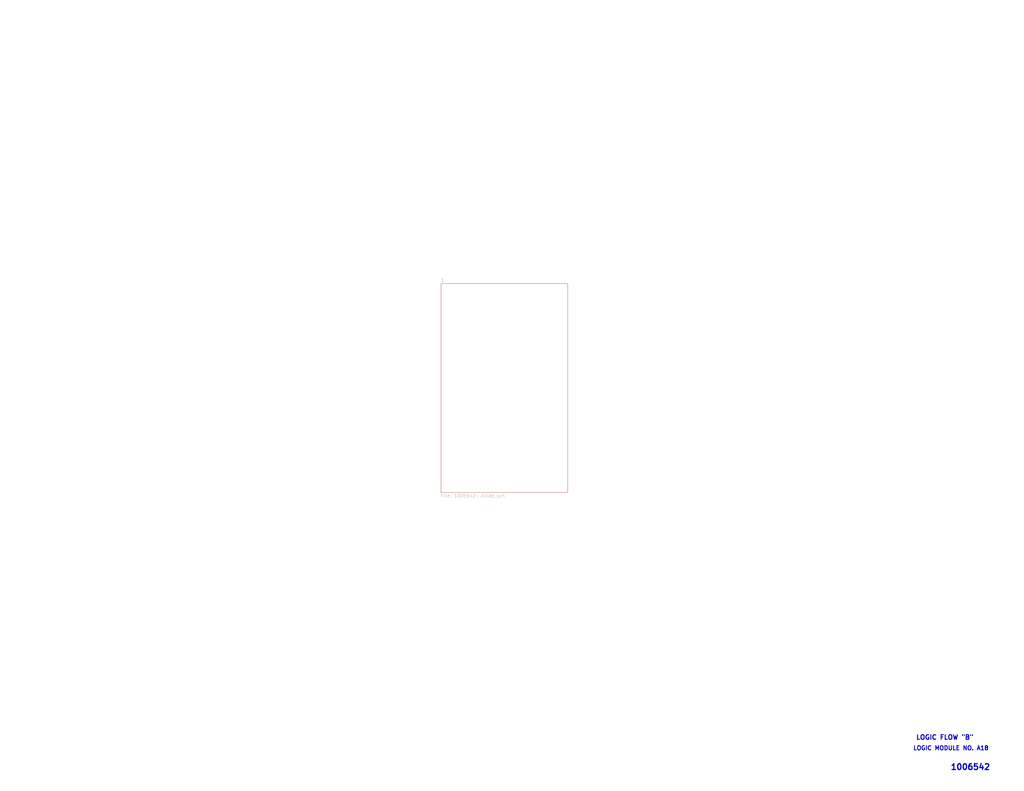
<source format=kicad_sch>
(kicad_sch (version 20211123) (generator eeschema)
  (paper "E")
  (lib_symbols)
  (text "1006542" (at 1037.082 841.502 0) (effects (font (size 6.35 6.35) (thickness 1.27) bold) (justify left bottom)))
  (text "LOGIC MODULE NO. A18" (at 996.315 819.785 0) (effects (font (size 4.572 4.572) (thickness 0.9144) bold) (justify left bottom)))
  (text "LOGIC FLOW \"B\"" (at 999.49 808.355 0) (effects (font (size 5.08 5.08) (thickness 1.016) bold) (justify left bottom)))
  (sheet (at 481.33 309.88) (size 138.43 227.965)
    (property "Sheet name" "1" (at 481.33 308.0254 0) (effects (font (size 3.556 3.556)) (justify left bottom)))
    (property "Sheet file" "1006542-.kicad_sch" (at 481.33 539.344 0) (effects (font (size 3.556 3.556)) (justify left top)))
  )
)
</source>
